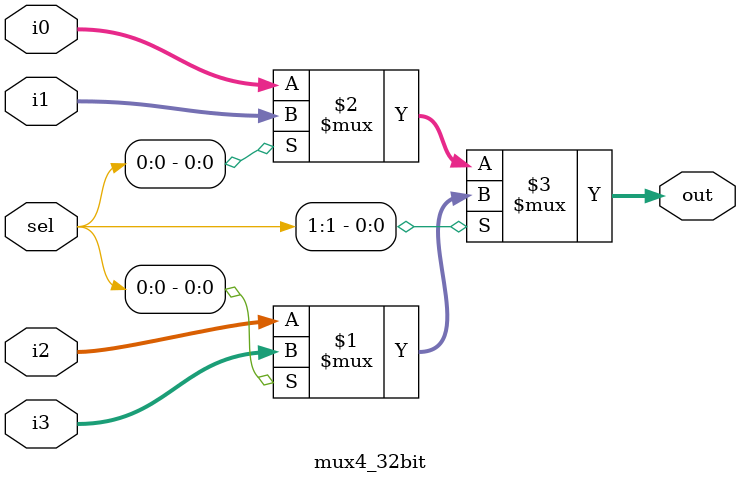
<source format=v>

module mux4_32bit( i0, i1, i2, i3, sel, out );
  
  input[31:0] i0, i1, i2, i3 ;
  input[1:0] sel ;
  output[31:0] out ;
  
  assign out = (sel[1])?(sel[0]?i3:i2):(sel[0]?i1:i0) ;
  
endmodule
</source>
